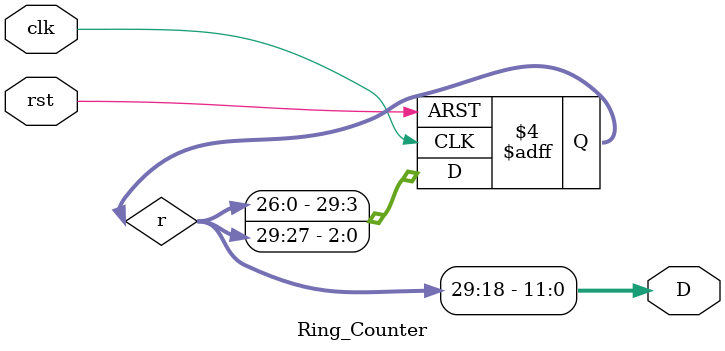
<source format=v>
`timescale 1ns / 1ps

/*
000 N
001 T
010 H
011 U
100 E
101 2
110 0
111 3
*/

module Ring_Counter(clk, rst, D);
input clk;
input rst;
output reg [11:0]D;
reg [29:0]r;
always @*
    D = r[29:18];

always @(posedge clk or negedge rst)
    if (~rst)
        r <= 30'b000001010011100100101110101111;
    else begin
        r[2:0] <= r[29:27];
        r[5:3] <= r[2:0];
        r[8:6] <= r[5:3];
        r[11:9] <= r[8:6];
        r[14:12] <= r[11:9];
        r[17:15] <= r[14:12];
        r[20:18] <= r[17:15];
        r[23:21] <= r[20:18];
        r[26:24] <= r[23:21];
        r[29:27] <= r[26:24];
    end
        

endmodule

</source>
